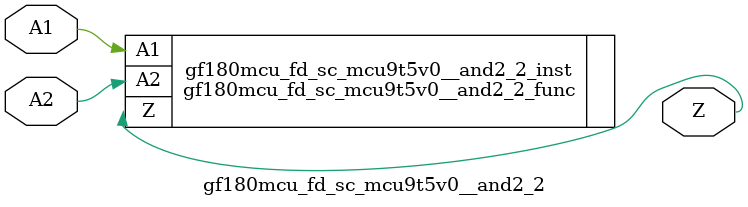
<source format=v>

module gf180mcu_fd_sc_mcu9t5v0__and2_2( A1, A2, Z );
input A1, A2;
output Z;

   `ifdef FUNCTIONAL  //  functional //

	gf180mcu_fd_sc_mcu9t5v0__and2_2_func gf180mcu_fd_sc_mcu9t5v0__and2_2_behav_inst(.A1(A1),.A2(A2),.Z(Z));

   `else

	gf180mcu_fd_sc_mcu9t5v0__and2_2_func gf180mcu_fd_sc_mcu9t5v0__and2_2_inst(.A1(A1),.A2(A2),.Z(Z));

	// spec_gates_begin


	// spec_gates_end



   specify

	// specify_block_begin

	// comb arc A1 --> Z
	 (A1 => Z) = (1.0,1.0);

	// comb arc A2 --> Z
	 (A2 => Z) = (1.0,1.0);

	// specify_block_end

   endspecify

   `endif

endmodule

</source>
